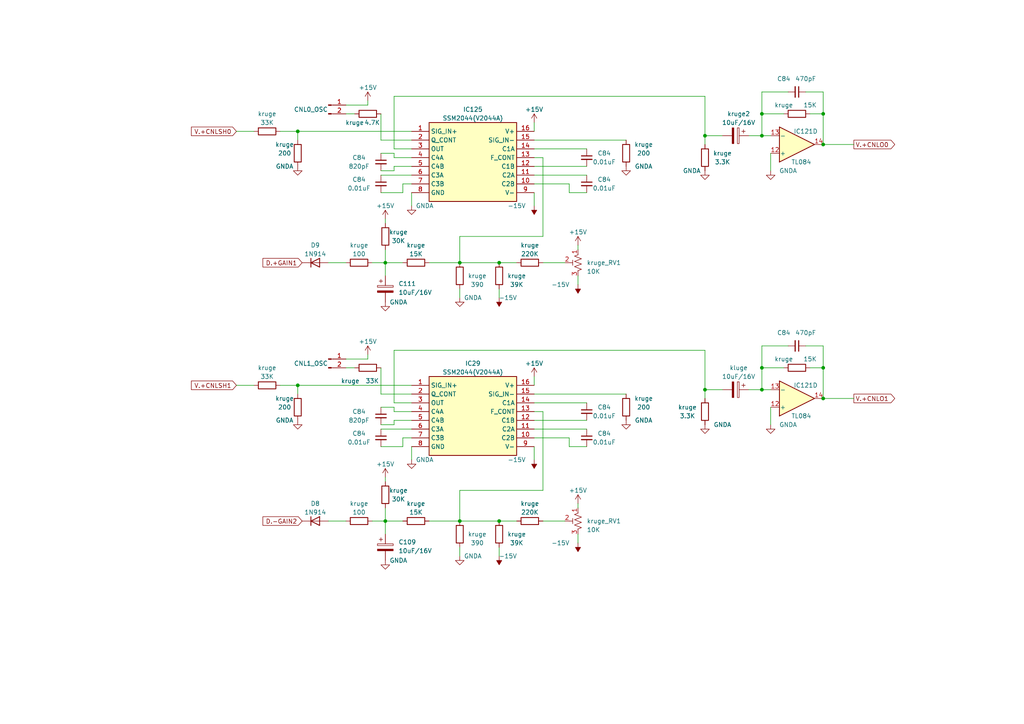
<source format=kicad_sch>
(kicad_sch (version 20230121) (generator eeschema)
  (paper "A4")
  (lib_symbols
    (symbol "Amplifier_Operational:TL084" (pin_names (offset 0.127))
      (property "Reference" "U" (at 0 5.08 0))
      (property "Value" "TL084" (at 0 -5.08 0))
      (symbol "TL084_1_1"
        (polyline (pts (xy -5.08 5.08) (xy 5.08 0) (xy -5.08 -5.08) (xy -5.08 5.08)) (stroke (width 0.254)) (fill (type background)))
        (pin output line (at 7.62 0 180) (length 2.54) (name "~") (number "1"))
        (pin input line (at -7.62 -2.54 0) (length 2.54) (name "-") (number "2"))
        (pin input line (at -7.62 2.54 0) (length 2.54) (name "+") (number "3"))
      )
      (symbol "TL084_2_1"
        (polyline (pts (xy -5.08 5.08) (xy 5.08 0) (xy -5.08 -5.08) (xy -5.08 5.08)) (stroke (width 0.254)) (fill (type background)))
        (pin input line (at -7.62 2.54 0) (length 2.54) (name "+") (number "5"))
        (pin input line (at -7.62 -2.54 0) (length 2.54) (name "-") (number "6"))
        (pin output line (at 7.62 0 180) (length 2.54) (name "~") (number "7"))
      )
      (symbol "TL084_3_1"
        (polyline (pts (xy -5.08 5.08) (xy 5.08 0) (xy -5.08 -5.08) (xy -5.08 5.08)) (stroke (width 0.254)) (fill (type background)))
        (pin input line (at -7.62 2.54 0) (length 2.54) (name "+") (number "10"))
        (pin output line (at 7.62 0 180) (length 2.54) (name "~") (number "8"))
        (pin input line (at -7.62 -2.54 0) (length 2.54) (name "-") (number "9"))
      )
      (symbol "TL084_4_1"
        (polyline (pts (xy -5.08 5.08) (xy 5.08 0) (xy -5.08 -5.08) (xy -5.08 5.08)) (stroke (width 0.254)) (fill (type background)))
        (pin input line (at -7.62 2.54 0) (length 2.54) (name "+") (number "12"))
        (pin input line (at -7.62 -2.54 0) (length 2.54) (name "-") (number "13"))
        (pin output line (at 7.62 0 180) (length 2.54) (name "~") (number "14"))
      )
      (symbol "TL084_5_1"
        (pin power_in line (at -2.54 -7.62 90) (length 3.81) (name "V-") (number "11"))
        (pin power_in line (at -2.54 7.62 270) (length 3.81) (name "V+") (number "4"))
      )
    )
    (symbol "Connector:Conn_01x02_Pin" (pin_names (offset 1.016) hide)
      (property "Reference" "J" (at 0 2.54 0))
      (property "Value" "Conn_01x02_Pin" (at 0 -5.08 0))
      (symbol "Conn_01x02_Pin_1_1"
        (polyline (pts (xy 1.27 -2.54) (xy 0.8636 -2.54)) (stroke (width 0.1524)))
        (polyline (pts (xy 1.27 0) (xy 0.8636 0)) (stroke (width 0.1524)))
        (rectangle (start 0.8636 -2.413) (end 0 -2.667) (stroke (width 0.1524)) (fill (type outline)))
        (rectangle (start 0.8636 0.127) (end 0 -0.127) (stroke (width 0.1524)) (fill (type outline)))
        (pin passive line (at 5.08 0 180) (length 3.81) (name "Pin_1") (number "1"))
        (pin passive line (at 5.08 -2.54 180) (length 3.81) (name "Pin_2") (number "2"))
      )
    )
    (symbol "Device:C_Polarized" (pin_numbers hide) (pin_names (offset 0.254))
      (property "Reference" "C" (at 0.635 2.54 0))
      (property "Value" "C_Polarized" (at 0.635 -2.54 0))
      (symbol "C_Polarized_0_1"
        (rectangle (start -2.286 0.508) (end 2.286 1.016))
        (polyline (pts (xy -1.778 2.286) (xy -0.762 2.286)))
        (polyline (pts (xy -1.27 2.794) (xy -1.27 1.778)))
        (rectangle (start 2.286 -0.508) (end -2.286 -1.016) (fill (type outline)))
      )
      (symbol "C_Polarized_1_1"
        (pin passive line (at 0 3.81 270) (length 2.794) (name "~") (number "1"))
        (pin passive line (at 0 -3.81 90) (length 2.794) (name "~") (number "2"))
      )
    )
    (symbol "Device:C_Small" (pin_numbers hide) (pin_names (offset 0.254) hide)
      (property "Reference" "C" (at 0.254 1.778 0))
      (property "Value" "C_Small" (at 0.254 -2.032 0))
      (symbol "C_Small_0_1"
        (polyline (pts (xy -1.524 -0.508) (xy 1.524 -0.508)) (stroke (width 0.3302)))
        (polyline (pts (xy -1.524 0.508) (xy 1.524 0.508)) (stroke (width 0.3048)))
      )
      (symbol "C_Small_1_1"
        (pin passive line (at 0 2.54 270) (length 2.032) (name "~") (number "1"))
        (pin passive line (at 0 -2.54 90) (length 2.032) (name "~") (number "2"))
      )
    )
    (symbol "Device:R" (pin_numbers hide) (pin_names (offset 0))
      (property "Reference" "R" (at 2.032 0 90))
      (property "Value" "R" (at 0 0 90))
      (symbol "R_0_1"
        (rectangle (start -1.016 -2.54) (end 1.016 2.54) (stroke (width 0.254)))
      )
      (symbol "R_1_1"
        (pin passive line (at 0 3.81 270) (length 1.27) (name "~") (number "1"))
        (pin passive line (at 0 -3.81 90) (length 1.27) (name "~") (number "2"))
      )
    )
    (symbol "Device:R_Potentiometer_Trim_US" (pin_names (offset 1.016) hide)
      (property "Reference" "RV" (at -4.445 0 90))
      (property "Value" "R_Potentiometer_Trim_US" (at -2.54 0 90))
      (symbol "R_Potentiometer_Trim_US_0_1"
        (polyline (pts (xy 0 -2.286) (xy 0 -2.54)))
        (polyline (pts (xy 0 2.286) (xy 0 2.54)))
        (polyline (pts (xy 1.524 0.762) (xy 1.524 -0.762)))
        (polyline (pts (xy 2.54 0) (xy 1.524 0)))
        (polyline (pts (xy 0 -0.762) (xy 1.016 -1.143) (xy 0 -1.524) (xy -1.016 -1.905) (xy 0 -2.286)))
        (polyline (pts (xy 0 0.762) (xy 1.016 0.381) (xy 0 0) (xy -1.016 -0.381) (xy 0 -0.762)))
        (polyline (pts (xy 0 2.286) (xy 1.016 1.905) (xy 0 1.524) (xy -1.016 1.143) (xy 0 0.762)))
      )
      (symbol "R_Potentiometer_Trim_US_1_1"
        (pin passive line (at 0 3.81 270) (length 1.27) (name "1") (number "1"))
        (pin passive line (at 3.81 0 180) (length 1.27) (name "2") (number "2"))
        (pin passive line (at 0 -3.81 90) (length 1.27) (name "3") (number "3"))
      )
    )
    (symbol "Diode:1N914" (pin_numbers hide) (pin_names hide)
      (property "Reference" "D" (at 0 2.54 0))
      (property "Value" "1N914" (at 0 -2.54 0))
      (symbol "1N914_0_1"
        (polyline (pts (xy -1.27 1.27) (xy -1.27 -1.27)) (stroke (width 0.254)))
        (polyline (pts (xy 1.27 0) (xy -1.27 0)))
        (polyline (pts (xy 1.27 1.27) (xy 1.27 -1.27) (xy -1.27 0) (xy 1.27 1.27)) (stroke (width 0.254)))
      )
      (symbol "1N914_1_1"
        (pin passive line (at -3.81 0 0) (length 2.54) (name "K") (number "1"))
        (pin passive line (at 3.81 0 180) (length 2.54) (name "A") (number "2"))
      )
    )
    (symbol "SamacSys_Parts:V2044A"
      (property "Reference" "FL" (at 31.75 7.62 0))
      (property "Value" "V2044A" (at 31.75 5.08 0))
      (symbol "V2044A_1_1"
        (rectangle (start 5.08 2.54) (end 30.48 -20.32) (stroke (width 0.254)) (fill (type background)))
        (pin passive line (at 0 0 0) (length 5.08) (name "SIG_IN+") (number "1"))
        (pin passive line (at 35.56 -15.24 180) (length 5.08) (name "C2B") (number "10"))
        (pin passive line (at 35.56 -12.7 180) (length 5.08) (name "C2A") (number "11"))
        (pin passive line (at 35.56 -10.16 180) (length 5.08) (name "C1B") (number "12"))
        (pin passive line (at 35.56 -7.62 180) (length 5.08) (name "F_CONT") (number "13"))
        (pin passive line (at 35.56 -5.08 180) (length 5.08) (name "C1A") (number "14"))
        (pin passive line (at 35.56 -2.54 180) (length 5.08) (name "SIG_IN-") (number "15"))
        (pin passive line (at 35.56 0 180) (length 5.08) (name "V+") (number "16"))
        (pin passive line (at 0 -2.54 0) (length 5.08) (name "Q_CONT") (number "2"))
        (pin passive line (at 0 -5.08 0) (length 5.08) (name "OUT") (number "3"))
        (pin passive line (at 0 -7.62 0) (length 5.08) (name "C4A") (number "4"))
        (pin passive line (at 0 -10.16 0) (length 5.08) (name "C4B") (number "5"))
        (pin passive line (at 0 -12.7 0) (length 5.08) (name "C3A") (number "6"))
        (pin passive line (at 0 -15.24 0) (length 5.08) (name "C3B") (number "7"))
        (pin passive line (at 0 -17.78 0) (length 5.08) (name "GND") (number "8"))
        (pin passive line (at 35.56 -17.78 180) (length 5.08) (name "V-") (number "9"))
      )
    )
    (symbol "power:+15V" (power) (pin_names (offset 0))
      (property "Value" "+15V" (at 0 3.556 0))
      (symbol "+15V_0_1"
        (polyline (pts (xy -0.762 1.27) (xy 0 2.54)))
        (polyline (pts (xy 0 0) (xy 0 2.54)))
        (polyline (pts (xy 0 2.54) (xy 0.762 1.27)))
      )
      (symbol "+15V_1_1"
        (pin power_in line (at 0 0 90) (length 0) hide (name "+15V") (number "1"))
      )
    )
    (symbol "power:-15V" (power) (pin_names (offset 0))
      (property "Value" "-15V" (at 0 3.81 0))
      (symbol "-15V_0_0"
        (pin power_in line (at 0 0 90) (length 0) hide (name "-15V") (number "1"))
      )
      (symbol "-15V_0_1"
        (polyline (pts (xy 0 0) (xy 0 1.27) (xy 0.762 1.27) (xy 0 2.54) (xy -0.762 1.27) (xy 0 1.27)) (fill (type outline)))
      )
    )
    (symbol "power:GNDA" (power) (pin_names (offset 0))
      (property "Value" "GNDA" (at 0 -3.81 0))
      (symbol "GNDA_0_1"
        (polyline (pts (xy 0 0) (xy 0 -1.27) (xy 1.27 -1.27) (xy 0 -2.54) (xy -1.27 -1.27) (xy 0 -1.27)))
      )
      (symbol "GNDA_1_1"
        (pin power_in line (at 0 0 270) (length 0) hide (name "GNDA") (number "1"))
      )
    )
  )
  (junction (at 238.76 106.68))
  (junction (at 204.47 39.37))
  (junction (at 133.35 76.2))
  (junction (at 144.78 151.13))
  (junction (at 111.76 151.13))
  (junction (at 111.76 76.2))
  (junction (at 133.35 151.13))
  (junction (at 238.76 115.57))
  (junction (at 204.47 113.03))
  (junction (at 86.36 111.76))
  (junction (at 220.98 39.37))
  (junction (at 238.76 33.02))
  (junction (at 220.98 33.02))
  (junction (at 220.98 106.68))
  (junction (at 144.78 76.2))
  (junction (at 238.76 41.91))
  (junction (at 86.36 38.1))
  (junction (at 220.98 113.03))
  (wire (pts (xy 217.17 39.37) (xy 220.98 39.37)))
  (wire (pts (xy 114.3 101.6) (xy 204.47 101.6)))
  (wire (pts (xy 165.1 127) (xy 154.94 127)))
  (wire (pts (xy 227.33 106.68) (xy 220.98 106.68)))
  (wire (pts (xy 124.46 151.13) (xy 133.35 151.13)))
  (wire (pts (xy 170.18 121.92) (xy 154.94 121.92)))
  (wire (pts (xy 110.49 129.54) (xy 116.84 129.54)))
  (wire (pts (xy 204.47 101.6) (xy 204.47 113.03)))
  (wire (pts (xy 110.49 114.3) (xy 119.38 114.3)))
  (wire (pts (xy 220.98 100.33) (xy 228.6 100.33)))
  (wire (pts (xy 100.33 106.68) (xy 102.87 106.68)))
  (wire (pts (xy 133.35 76.2) (xy 133.35 68.58)))
  (wire (pts (xy 167.64 80.01) (xy 167.64 82.55)))
  (wire (pts (xy 106.68 102.87) (xy 106.68 104.14)))
  (wire (pts (xy 119.38 119.38) (xy 114.3 119.38)))
  (wire (pts (xy 114.3 48.26) (xy 119.38 48.26)))
  (wire (pts (xy 154.94 45.72) (xy 157.48 45.72)))
  (wire (pts (xy 106.68 104.14) (xy 100.33 104.14)))
  (wire (pts (xy 170.18 116.84) (xy 154.94 116.84)))
  (wire (pts (xy 220.98 26.67) (xy 228.6 26.67)))
  (wire (pts (xy 220.98 113.03) (xy 223.52 113.03)))
  (wire (pts (xy 154.94 35.56) (xy 154.94 38.1)))
  (wire (pts (xy 220.98 106.68) (xy 220.98 100.33)))
  (wire (pts (xy 110.49 123.19) (xy 114.3 123.19)))
  (wire (pts (xy 95.25 76.2) (xy 100.33 76.2)))
  (wire (pts (xy 165.1 53.34) (xy 154.94 53.34)))
  (wire (pts (xy 114.3 116.84) (xy 114.3 101.6)))
  (wire (pts (xy 124.46 76.2) (xy 133.35 76.2)))
  (wire (pts (xy 220.98 33.02) (xy 220.98 26.67)))
  (wire (pts (xy 154.94 114.3) (xy 181.61 114.3)))
  (wire (pts (xy 116.84 55.88) (xy 116.84 53.34)))
  (wire (pts (xy 110.49 49.53) (xy 114.3 49.53)))
  (wire (pts (xy 68.58 38.1) (xy 73.66 38.1)))
  (wire (pts (xy 111.76 151.13) (xy 116.84 151.13)))
  (wire (pts (xy 110.49 106.68) (xy 110.49 114.3)))
  (wire (pts (xy 144.78 86.36) (xy 144.78 83.82)))
  (wire (pts (xy 154.94 109.22) (xy 154.94 111.76)))
  (wire (pts (xy 86.36 38.1) (xy 86.36 40.64)))
  (wire (pts (xy 133.35 142.24) (xy 157.48 142.24)))
  (wire (pts (xy 220.98 106.68) (xy 220.98 113.03)))
  (wire (pts (xy 111.76 138.43) (xy 111.76 139.7)))
  (wire (pts (xy 220.98 33.02) (xy 220.98 39.37)))
  (wire (pts (xy 114.3 118.11) (xy 114.3 119.38)))
  (wire (pts (xy 119.38 59.69) (xy 119.38 55.88)))
  (wire (pts (xy 209.55 113.03) (xy 204.47 113.03)))
  (wire (pts (xy 238.76 115.57) (xy 247.65 115.57)))
  (wire (pts (xy 238.76 115.57) (xy 238.76 106.68)))
  (wire (pts (xy 119.38 116.84) (xy 114.3 116.84)))
  (wire (pts (xy 170.18 55.88) (xy 165.1 55.88)))
  (wire (pts (xy 157.48 151.13) (xy 163.83 151.13)))
  (wire (pts (xy 114.3 123.19) (xy 114.3 121.92)))
  (wire (pts (xy 154.94 50.8) (xy 170.18 50.8)))
  (wire (pts (xy 133.35 76.2) (xy 144.78 76.2)))
  (wire (pts (xy 144.78 151.13) (xy 149.86 151.13)))
  (wire (pts (xy 119.38 133.35) (xy 119.38 129.54)))
  (wire (pts (xy 220.98 39.37) (xy 223.52 39.37)))
  (wire (pts (xy 165.1 55.88) (xy 165.1 53.34)))
  (wire (pts (xy 133.35 161.29) (xy 133.35 158.75)))
  (wire (pts (xy 217.17 113.03) (xy 220.98 113.03)))
  (wire (pts (xy 116.84 129.54) (xy 116.84 127)))
  (wire (pts (xy 227.33 33.02) (xy 220.98 33.02)))
  (wire (pts (xy 111.76 76.2) (xy 116.84 76.2)))
  (wire (pts (xy 233.68 100.33) (xy 238.76 100.33)))
  (wire (pts (xy 238.76 41.91) (xy 247.65 41.91)))
  (wire (pts (xy 114.3 43.18) (xy 114.3 27.94)))
  (wire (pts (xy 81.28 111.76) (xy 86.36 111.76)))
  (wire (pts (xy 111.76 63.5) (xy 111.76 64.77)))
  (wire (pts (xy 154.94 119.38) (xy 157.48 119.38)))
  (wire (pts (xy 111.76 147.32) (xy 111.76 151.13)))
  (wire (pts (xy 238.76 41.91) (xy 238.76 33.02)))
  (wire (pts (xy 100.33 33.02) (xy 102.87 33.02)))
  (wire (pts (xy 81.28 38.1) (xy 86.36 38.1)))
  (wire (pts (xy 119.38 45.72) (xy 114.3 45.72)))
  (wire (pts (xy 114.3 27.94) (xy 204.47 27.94)))
  (wire (pts (xy 86.36 111.76) (xy 86.36 114.3)))
  (wire (pts (xy 110.49 33.02) (xy 110.49 40.64)))
  (wire (pts (xy 106.68 30.48) (xy 100.33 30.48)))
  (wire (pts (xy 114.3 121.92) (xy 119.38 121.92)))
  (wire (pts (xy 114.3 118.11) (xy 110.49 118.11)))
  (wire (pts (xy 238.76 106.68) (xy 234.95 106.68)))
  (wire (pts (xy 119.38 43.18) (xy 114.3 43.18)))
  (wire (pts (xy 170.18 48.26) (xy 154.94 48.26)))
  (wire (pts (xy 119.38 38.1) (xy 86.36 38.1)))
  (wire (pts (xy 114.3 49.53) (xy 114.3 48.26)))
  (wire (pts (xy 110.49 50.8) (xy 119.38 50.8)))
  (wire (pts (xy 238.76 100.33) (xy 238.76 106.68)))
  (wire (pts (xy 110.49 124.46) (xy 119.38 124.46)))
  (wire (pts (xy 133.35 86.36) (xy 133.35 83.82)))
  (wire (pts (xy 154.94 124.46) (xy 170.18 124.46)))
  (wire (pts (xy 144.78 161.29) (xy 144.78 158.75)))
  (wire (pts (xy 111.76 76.2) (xy 111.76 80.01)))
  (wire (pts (xy 157.48 119.38) (xy 157.48 142.24)))
  (wire (pts (xy 157.48 76.2) (xy 163.83 76.2)))
  (wire (pts (xy 238.76 33.02) (xy 234.95 33.02)))
  (wire (pts (xy 116.84 127) (xy 119.38 127)))
  (wire (pts (xy 154.94 133.35) (xy 154.94 129.54)))
  (wire (pts (xy 209.55 39.37) (xy 204.47 39.37)))
  (wire (pts (xy 170.18 43.18) (xy 154.94 43.18)))
  (wire (pts (xy 165.1 129.54) (xy 165.1 127)))
  (wire (pts (xy 144.78 76.2) (xy 149.86 76.2)))
  (wire (pts (xy 107.95 151.13) (xy 111.76 151.13)))
  (wire (pts (xy 133.35 68.58) (xy 157.48 68.58)))
  (wire (pts (xy 114.3 44.45) (xy 114.3 45.72)))
  (wire (pts (xy 223.52 123.19) (xy 223.52 118.11)))
  (wire (pts (xy 114.3 44.45) (xy 110.49 44.45)))
  (wire (pts (xy 95.25 151.13) (xy 100.33 151.13)))
  (wire (pts (xy 167.64 157.48) (xy 167.64 154.94)))
  (wire (pts (xy 133.35 151.13) (xy 133.35 142.24)))
  (wire (pts (xy 110.49 55.88) (xy 116.84 55.88)))
  (wire (pts (xy 111.76 72.39) (xy 111.76 76.2)))
  (wire (pts (xy 223.52 49.53) (xy 223.52 44.45)))
  (wire (pts (xy 170.18 129.54) (xy 165.1 129.54)))
  (wire (pts (xy 167.64 71.12) (xy 167.64 72.39)))
  (wire (pts (xy 238.76 26.67) (xy 238.76 33.02)))
  (wire (pts (xy 68.58 111.76) (xy 73.66 111.76)))
  (wire (pts (xy 154.94 59.69) (xy 154.94 55.88)))
  (wire (pts (xy 133.35 151.13) (xy 144.78 151.13)))
  (wire (pts (xy 204.47 113.03) (xy 204.47 115.57)))
  (wire (pts (xy 157.48 45.72) (xy 157.48 68.58)))
  (wire (pts (xy 204.47 27.94) (xy 204.47 39.37)))
  (wire (pts (xy 154.94 40.64) (xy 181.61 40.64)))
  (wire (pts (xy 116.84 53.34) (xy 119.38 53.34)))
  (wire (pts (xy 111.76 151.13) (xy 111.76 154.94)))
  (wire (pts (xy 106.68 29.21) (xy 106.68 30.48)))
  (wire (pts (xy 204.47 39.37) (xy 204.47 41.91)))
  (wire (pts (xy 119.38 111.76) (xy 86.36 111.76)))
  (wire (pts (xy 110.49 40.64) (xy 119.38 40.64)))
  (wire (pts (xy 233.68 26.67) (xy 238.76 26.67)))
  (wire (pts (xy 167.64 146.05) (xy 167.64 147.32)))
  (wire (pts (xy 107.95 76.2) (xy 111.76 76.2)))
  (global_label "V.+CNLO1" (shape output) (at 247.65 115.57 0) (property "Intersheetrefs" "${INTERSHEET_REFS}" (effects hide)))
  (global_label "V.+CNLSH1" (shape input) (at 68.58 111.76 180) (property "Intersheetrefs" "${INTERSHEET_REFS}" (effects hide)))
  (global_label "V.+CNLSH0" (shape input) (at 68.58 38.1 180) (property "Intersheetrefs" "${INTERSHEET_REFS}" (effects hide)))
  (global_label "D.+GAIN1" (shape input) (at 87.63 76.2 180) (property "Intersheetrefs" "${INTERSHEET_REFS}" (effects hide)))
  (global_label "V.+CNLO0" (shape output) (at 247.65 41.91 0) (property "Intersheetrefs" "${INTERSHEET_REFS}" (effects hide)))
  (global_label "D.-GAIN2" (shape input) (at 87.63 151.13 180) (property "Intersheetrefs" "${INTERSHEET_REFS}" (effects hide)))
  (symbol (lib_id "Device:C_Polarized") (at 213.36 113.03 270) (unit 1)
    (property "Reference" "kluge" (at 214.249 106.68 90))
    (property "Value" "10uF/16V" (at 214.249 109.22 90))
  )
  (symbol (lib_id "power:+15V") (at 167.64 146.05 0) (unit 1)
    (property "Reference" "#PWR0236" (effects hide))
    (property "Value" "+15V" (at 167.64 142.24 0))
    (instances (project "emu_sp12" (path "" (reference "#PWR0236") (unit 1)) (path "" (reference "#PWR0248") (unit 1)) (path "" (reference "#PWR0309") (unit 1))))
  )
  (symbol (lib_id "power:+15V") (at 111.76 138.43 0) (unit 1)
    (property "Reference" "#PWR0236" (effects hide))
    (property "Value" "+15V" (at 111.76 134.62 0))
    (instances (project "emu_sp12" (path "" (reference "#PWR0236") (unit 1)) (path "" (reference "#PWR0248") (unit 1)) (path "" (reference "#PWR0306") (unit 1))))
  )
  (symbol (lib_id "Device:R") (at 133.35 154.94 0) (unit 1)
    (property "Reference" "kruge" (at 138.43 154.94 0))
    (property "Value" "390" (at 138.43 157.48 0))
    (property "Footprint" "Resistor_THT:R_Axial_DIN0204_L3.6mm_D1.6mm_P5.08mm_Horizontal" (effects hide))
    (instances (project "emu_sp12" (path "" (reference "kruge") (unit 1)) (path "" (reference "R43") (unit 1)) (path "" (reference "R113") (unit 1))))
  )
  (symbol (lib_id "power:+15V") (at 167.64 71.12 0) (unit 1)
    (property "Reference" "#PWR0236" (effects hide))
    (property "Value" "+15V" (at 167.64 67.31 0))
    (instances (project "emu_sp12" (path "" (reference "#PWR0236") (unit 1)) (path "" (reference "#PWR0248") (unit 1)) (path "" (reference "#PWR0319") (unit 1))))
  )
  (symbol (lib_id "Device:R") (at 106.68 33.02 270) (unit 1)
    (property "Reference" "kruge" (at 102.87 35.56 90))
    (property "Value" "4.7K" (at 107.95 35.56 90))
    (property "Footprint" "Resistor_THT:R_Axial_DIN0204_L3.6mm_D1.6mm_P5.08mm_Horizontal" (effects hide))
    (instances (project "emu_sp12" (path "" (reference "kruge") (unit 1)) (path "" (reference "R81") (unit 1)) (path "" (reference "R111") (unit 1))))
  )
  (symbol (lib_id "power:+15V") (at 106.68 102.87 0) (unit 1)
    (property "Reference" "#PWR0236" (effects hide))
    (property "Value" "+15V" (at 106.68 99.06 0))
    (instances (project "emu_sp12" (path "" (reference "#PWR0236") (unit 1)) (path "" (reference "#PWR0248") (unit 1)) (path "" (reference "#PWR0311") (unit 1))))
  )
  (symbol (lib_id "power:GNDA") (at 86.36 48.26 0) (unit 1)
    (property "Reference" "#PWR0247" (effects hide))
    (property "Value" "GNDA" (at 82.55 48.26 0))
    (instances (project "emu_sp12" (path "" (reference "#PWR0247") (unit 1)) (path "" (reference "#PWR0252") (unit 1)) (path "" (reference "#PWR0302") (unit 1))))
  )
  (symbol (lib_id "Device:R") (at 153.67 151.13 270) (unit 1)
    (property "Reference" "kruge" (at 153.67 146.05 90))
    (property "Value" "220K" (at 153.67 148.59 90))
    (property "Footprint" "Resistor_THT:R_Axial_DIN0204_L3.6mm_D1.6mm_P5.08mm_Horizontal" (effects hide))
    (instances (project "emu_sp12" (path "" (reference "kruge") (unit 1)) (path "" (reference "R81") (unit 1)) (path "" (reference "R89") (unit 1))))
  )
  (symbol (lib_id "Device:R") (at 144.78 154.94 0) (unit 1)
    (property "Reference" "kruge" (at 149.86 154.94 0))
    (property "Value" "39K" (at 149.86 157.48 0))
    (property "Footprint" "Resistor_THT:R_Axial_DIN0204_L3.6mm_D1.6mm_P5.08mm_Horizontal" (effects hide))
    (instances (project "emu_sp12" (path "" (reference "kruge") (unit 1)) (path "" (reference "R43") (unit 1)) (path "" (reference "R102") (unit 1))))
  )
  (symbol (lib_id "Device:R") (at 231.14 106.68 270) (unit 1)
    (property "Reference" "kruge" (at 227.33 104.14 90))
    (property "Value" "15K" (at 234.95 104.14 90))
    (property "Footprint" "Resistor_THT:R_Axial_DIN0204_L3.6mm_D1.6mm_P5.08mm_Horizontal" (effects hide))
    (instances (project "emu_sp12" (path "" (reference "kruge") (unit 1)) (path "" (reference "R81") (unit 1)) (path "" (reference "R127") (unit 1))))
  )
  (symbol (lib_id "Device:C_Small") (at 170.18 53.34 0) (unit 1)
    (property "Reference" "C84" (at 175.26 52.07 0))
    (property "Value" "0.01uF" (at 175.26 54.61 0))
    (instances (project "emu_sp12" (path "" (reference "C84") (unit 1)) (path "" (reference "C83") (unit 1)) (path "" (reference "C131") (unit 1))))
  )
  (symbol (lib_id "power:GNDA") (at 204.47 123.19 0) (unit 1)
    (property "Reference" "#PWR0247" (effects hide))
    (property "Value" "GNDA" (at 209.55 123.19 0))
    (instances (project "emu_sp12" (path "" (reference "#PWR0247") (unit 1)) (path "" (reference "#PWR0252") (unit 1)) (path "" (reference "#PWR0322") (unit 1))))
  )
  (symbol (lib_id "Device:R") (at 77.47 111.76 270) (unit 1)
    (property "Reference" "kruge" (at 77.47 106.68 90))
    (property "Value" "33K" (at 77.47 109.22 90))
    (property "Footprint" "Resistor_THT:R_Axial_DIN0204_L3.6mm_D1.6mm_P5.08mm_Horizontal" (effects hide))
    (instances (project "emu_sp12" (path "" (reference "kruge") (unit 1)) (path "" (reference "R81") (unit 1)) (path "" (reference "R123") (unit 1))))
  )
  (symbol (lib_id "power:+15V") (at 154.94 109.22 0) (unit 1)
    (property "Reference" "#PWR0236" (effects hide))
    (property "Value" "+15V" (at 154.94 105.41 0))
    (instances (project "emu_sp12" (path "" (reference "#PWR0236") (unit 1)) (path "" (reference "#PWR0248") (unit 1)) (path "" (reference "#PWR0317") (unit 1))))
  )
  (symbol (lib_id "Device:C_Polarized") (at 111.76 83.82 0) (unit 1)
    (property "Reference" "C111" (at 115.57 82.296 0) (effects (justify left)))
    (property "Value" "10uF/16V" (at 115.57 84.836 0) (effects (justify left)))
  )
  (symbol (lib_id "Diode:1N914") (at 91.44 76.2 0) (unit 1)
    (property "Reference" "D9" (at 91.44 71.12 0))
    (property "Value" "1N914" (at 91.44 73.66 0))
    (property "Footprint" "Diode_THT:D_DO-35_SOD27_P7.62mm_Horizontal" (effects hide))
    (property "Datasheet" "http://www.vishay.com/docs/85622/1n914.pdf" (effects hide))
    (property "Sim.Device" "D" (effects hide))
    (property "Sim.Pins" "1=K 2=A" (effects hide))
  )
  (symbol (lib_id "Device:R") (at 153.67 76.2 270) (unit 1)
    (property "Reference" "kruge" (at 153.67 71.12 90))
    (property "Value" "220K" (at 153.67 73.66 90))
    (property "Footprint" "Resistor_THT:R_Axial_DIN0204_L3.6mm_D1.6mm_P5.08mm_Horizontal" (effects hide))
    (instances (project "emu_sp12" (path "" (reference "kruge") (unit 1)) (path "" (reference "R81") (unit 1)) (path "" (reference "R104") (unit 1))))
  )
  (symbol (lib_id "power:GNDA") (at 119.38 59.69 0) (unit 1)
    (property "Reference" "#PWR0247" (effects hide))
    (property "Value" "GNDA" (at 123.19 59.69 0))
    (instances (project "emu_sp12" (path "" (reference "#PWR0247") (unit 1)) (path "" (reference "#PWR0252") (unit 1)) (path "" (reference "#PWR0296") (unit 1))))
  )
  (symbol (lib_id "power:GNDA") (at 133.35 86.36 0) (unit 1)
    (property "Reference" "#PWR0247" (effects hide))
    (property "Value" "GNDA" (at 137.16 86.36 0))
    (instances (project "emu_sp12" (path "" (reference "#PWR0247") (unit 1)) (path "" (reference "#PWR0252") (unit 1)) (path "" (reference "#PWR0315") (unit 1))))
  )
  (symbol (lib_id "power:GNDA") (at 223.52 123.19 0) (unit 1)
    (property "Reference" "#PWR0247" (effects hide))
    (property "Value" "GNDA" (at 228.6 123.19 0))
    (instances (project "emu_sp12" (path "" (reference "#PWR0247") (unit 1)) (path "" (reference "#PWR0252") (unit 1)) (path "" (reference "#PWR0323") (unit 1))))
  )
  (symbol (lib_id "Amplifier_Operational:TL084") (at 231.14 115.57 0) (mirror x) (unit 4)
    (property "Reference" "IC121" (at 233.68 111.76 0))
    (property "Value" "TL084" (at 232.41 120.65 0))
    (property "Footprint" "Package_DIP:DIP-14_W7.62mm_LongPads" (effects hide))
    (property "Datasheet" "http://www.ti.com/lit/ds/symlink/tl081.pdf" (effects hide))
    (instances (project "emu_sp12" (path "" (reference "IC121") (unit 4)) (path "" (reference "IC30") (unit 4))))
  )
  (symbol (lib_id "Device:C_Small") (at 231.14 26.67 270) (unit 1)
    (property "Reference" "C84" (at 227.33 22.86 90))
    (property "Value" "470pF" (at 233.68 22.86 90))
    (instances (project "emu_sp12" (path "" (reference "C84") (unit 1)) (path "" (reference "C83") (unit 1)) (path "" (reference "C142") (unit 1))))
  )
  (symbol (lib_id "Device:R") (at 86.36 118.11 0) (unit 1)
    (property "Reference" "kruge" (at 82.55 115.57 0))
    (property "Value" "200" (at 82.55 118.11 0))
    (property "Footprint" "Resistor_THT:R_Axial_DIN0204_L3.6mm_D1.6mm_P5.08mm_Horizontal" (effects hide))
    (instances (project "emu_sp12" (path "" (reference "kruge") (unit 1)) (path "" (reference "R43") (unit 1)) (path "" (reference "R126") (unit 1))))
  )
  (symbol (lib_id "power:+15V") (at 111.76 63.5 0) (unit 1)
    (property "Reference" "#PWR0236" (effects hide))
    (property "Value" "+15V" (at 111.76 59.69 0))
    (instances (project "emu_sp12" (path "" (reference "#PWR0236") (unit 1)) (path "" (reference "#PWR0248") (unit 1)) (path "" (reference "#PWR0312") (unit 1))))
  )
  (symbol (lib_id "power:GNDA") (at 86.36 121.92 0) (unit 1)
    (property "Reference" "#PWR0247" (effects hide))
    (property "Value" "GNDA" (at 82.55 121.92 0))
    (instances (project "emu_sp12" (path "" (reference "#PWR0247") (unit 1)) (path "" (reference "#PWR0252") (unit 1)) (path "" (reference "#PWR0310") (unit 1))))
  )
  (symbol (lib_id "Device:R") (at 204.47 45.72 0) (unit 1)
    (property "Reference" "kruge" (at 209.55 44.45 0))
    (property "Value" "3.3K" (at 209.55 46.99 0))
    (property "Footprint" "Resistor_THT:R_Axial_DIN0204_L3.6mm_D1.6mm_P5.08mm_Horizontal" (effects hide))
    (instances (project "emu_sp12" (path "" (reference "kruge") (unit 1)) (path "" (reference "R43") (unit 1)) (path "" (reference "kruge1") (unit 1))))
  )
  (symbol (lib_id "Device:R") (at 181.61 44.45 0) (unit 1)
    (property "Reference" "kruge" (at 186.69 41.91 0))
    (property "Value" "200" (at 186.69 44.45 0))
    (property "Footprint" "Resistor_THT:R_Axial_DIN0204_L3.6mm_D1.6mm_P5.08mm_Horizontal" (effects hide))
    (instances (project "emu_sp12" (path "" (reference "kruge") (unit 1)) (path "" (reference "R43") (unit 1)) (path "" (reference "R103") (unit 1))))
  )
  (symbol (lib_id "power:+15V") (at 154.94 35.56 0) (unit 1)
    (property "Reference" "#PWR0236" (effects hide))
    (property "Value" "+15V" (at 154.94 31.75 0))
    (instances (project "emu_sp12" (path "" (reference "#PWR0236") (unit 1)) (path "" (reference "#PWR0248") (unit 1)) (path "" (reference "#PWR0299") (unit 1))))
  )
  (symbol (lib_id "Device:C_Polarized") (at 213.36 39.37 270) (unit 1)
    (property "Reference" "kruge2" (at 214.249 33.02 90))
    (property "Value" "10uF/16V" (at 214.249 35.56 90))
  )
  (symbol (lib_id "Device:R") (at 204.47 119.38 0) (unit 1)
    (property "Reference" "kruge" (at 199.39 118.11 0))
    (property "Value" "3.3K" (at 199.39 120.65 0))
    (property "Footprint" "Resistor_THT:R_Axial_DIN0204_L3.6mm_D1.6mm_P5.08mm_Horizontal" (effects hide))
    (instances (project "emu_sp12" (path "" (reference "kruge") (unit 1)) (path "" (reference "R43") (unit 1)) (path "" (reference "kruge") (unit 1))))
  )
  (symbol (lib_id "SamacSys_Parts:V2044A") (at 119.38 111.76 0) (unit 1)
    (property "Reference" "IC29" (at 137.16 105.41 0))
    (property "Value" "SSM2044(V2044A)" (at 137.16 107.95 0))
    (property "Footprint" "SOIC127P600X175-16N" (effects hide))
    (property "Height" "1.75" (effects hide))
    (property "Manufacturer_Name" "cool audio" (effects hide))
    (property "Manufacturer_Part_Number" "V2044A" (effects hide))
  )
  (symbol (lib_id "Device:C_Small") (at 110.49 127 0) (unit 1)
    (property "Reference" "C84" (at 104.14 125.73 0))
    (property "Value" "0.01uF" (at 104.14 128.27 0))
    (instances (project "emu_sp12" (path "" (reference "C84") (unit 1)) (path "" (reference "C83") (unit 1)) (path "" (reference "C124") (unit 1))))
  )
  (symbol (lib_id "power:GNDA") (at 111.76 162.56 0) (unit 1)
    (property "Reference" "#PWR0247" (effects hide))
    (property "Value" "GNDA" (at 115.57 162.56 0))
    (instances (project "emu_sp12" (path "" (reference "#PWR0247") (unit 1)) (path "" (reference "#PWR0252") (unit 1)) (path "" (reference "#PWR0305") (unit 1))))
  )
  (symbol (lib_id "Connector:Conn_01x02_Pin") (at 95.25 104.14 0) (unit 1)
    (property "Reference" "CNL1_OSC" (at 90.17 105.41 0))
    (property "Value" "Conn_01x02_Pin" (effects hide))
  )
  (symbol (lib_id "Device:R") (at 181.61 118.11 0) (unit 1)
    (property "Reference" "kruge" (at 186.69 115.57 0))
    (property "Value" "200" (at 186.69 118.11 0))
    (property "Footprint" "Resistor_THT:R_Axial_DIN0204_L3.6mm_D1.6mm_P5.08mm_Horizontal" (effects hide))
    (instances (project "emu_sp12" (path "" (reference "kruge") (unit 1)) (path "" (reference "R43") (unit 1)) (path "" (reference "R132") (unit 1))))
  )
  (symbol (lib_id "Device:C_Small") (at 231.14 100.33 270) (unit 1)
    (property "Reference" "C84" (at 227.33 96.52 90))
    (property "Value" "470pF" (at 233.68 96.52 90))
    (instances (project "emu_sp12" (path "" (reference "C84") (unit 1)) (path "" (reference "C83") (unit 1)) (path "" (reference "C137") (unit 1))))
  )
  (symbol (lib_id "power:GNDA") (at 119.38 133.35 0) (unit 1)
    (property "Reference" "#PWR0247" (effects hide))
    (property "Value" "GNDA" (at 123.19 133.35 0))
    (instances (project "emu_sp12" (path "" (reference "#PWR0247") (unit 1)) (path "" (reference "#PWR0252") (unit 1)) (path "" (reference "#PWR0314") (unit 1))))
  )
  (symbol (lib_id "power:-15V") (at 144.78 86.36 0) (mirror x) (unit 1)
    (property "Reference" "#PWR0233" (effects hide))
    (property "Value" "-15V" (at 147.32 86.36 0))
    (instances (project "emu_sp12" (path "" (reference "#PWR0233") (unit 1)) (path "" (reference "#PWR0316") (unit 1))))
  )
  (symbol (lib_id "Device:C_Small") (at 170.18 127 0) (unit 1)
    (property "Reference" "C84" (at 175.26 125.73 0))
    (property "Value" "0.01uF" (at 175.26 128.27 0))
    (instances (project "emu_sp12" (path "" (reference "C84") (unit 1)) (path "" (reference "C83") (unit 1)) (path "" (reference "C125") (unit 1))))
  )
  (symbol (lib_id "Device:C_Small") (at 110.49 120.65 0) (unit 1)
    (property "Reference" "C84" (at 104.14 119.38 0))
    (property "Value" "820pF" (at 104.14 121.92 0))
    (instances (project "emu_sp12" (path "" (reference "C84") (unit 1)) (path "" (reference "C83") (unit 1)) (path "" (reference "C130") (unit 1))))
  )
  (symbol (lib_id "power:-15V") (at 144.78 161.29 0) (mirror x) (unit 1)
    (property "Reference" "#PWR0233" (effects hide))
    (property "Value" "-15V" (at 147.32 161.29 0))
    (instances (project "emu_sp12" (path "" (reference "#PWR0233") (unit 1)) (path "" (reference "#PWR0308") (unit 1))))
  )
  (symbol (lib_id "power:GNDA") (at 223.52 49.53 0) (unit 1)
    (property "Reference" "#PWR0247" (effects hide))
    (property "Value" "GNDA" (at 228.6 49.53 0))
    (instances (project "emu_sp12" (path "" (reference "#PWR0247") (unit 1)) (path "" (reference "#PWR0252") (unit 1)) (path "" (reference "#PWR0297") (unit 1))))
  )
  (symbol (lib_id "Device:C_Small") (at 110.49 46.99 0) (unit 1)
    (property "Reference" "C84" (at 104.14 45.72 0))
    (property "Value" "820pF" (at 104.14 48.26 0))
    (instances (project "emu_sp12" (path "" (reference "C84") (unit 1)) (path "" (reference "C83") (unit 1)) (path "" (reference "C119") (unit 1))))
  )
  (symbol (lib_id "Device:R") (at 86.36 44.45 0) (unit 1)
    (property "Reference" "kruge" (at 82.55 41.91 0))
    (property "Value" "200" (at 82.55 44.45 0))
    (property "Footprint" "Resistor_THT:R_Axial_DIN0204_L3.6mm_D1.6mm_P5.08mm_Horizontal" (effects hide))
    (instances (project "emu_sp12" (path "" (reference "kruge") (unit 1)) (path "" (reference "R43") (unit 1)) (path "" (reference "R117") (unit 1))))
  )
  (symbol (lib_id "SamacSys_Parts:V2044A") (at 119.38 38.1 0) (unit 1)
    (property "Reference" "IC125" (at 137.16 31.75 0))
    (property "Value" "SSM2044(V2044A)" (at 137.16 34.29 0))
    (property "Footprint" "SOIC127P600X175-16N" (effects hide))
    (property "Height" "1.75" (effects hide))
    (property "Manufacturer_Name" "cool audio" (effects hide))
    (property "Manufacturer_Part_Number" "V2044A" (effects hide))
  )
  (symbol (lib_id "Device:R") (at 120.65 151.13 270) (unit 1)
    (property "Reference" "kruge" (at 120.65 146.05 90))
    (property "Value" "15K" (at 120.65 148.59 90))
    (property "Footprint" "Resistor_THT:R_Axial_DIN0204_L3.6mm_D1.6mm_P5.08mm_Horizontal" (effects hide))
    (instances (project "emu_sp12" (path "" (reference "kruge") (unit 1)) (path "" (reference "R81") (unit 1)) (path "" (reference "R97") (unit 1))))
  )
  (symbol (lib_id "Connector:Conn_01x02_Pin") (at 95.25 30.48 0) (unit 1)
    (property "Reference" "CNL0_OSC" (at 90.17 31.75 0))
    (property "Value" "Conn_01x02_Pin" (effects hide))
  )
  (symbol (lib_id "power:-15V") (at 167.64 82.55 0) (mirror x) (unit 1)
    (property "Reference" "#PWR0233" (effects hide))
    (property "Value" "-15V" (at 162.56 82.55 0))
    (instances (project "emu_sp12" (path "" (reference "#PWR0233") (unit 1)) (path "" (reference "#PWR0320") (unit 1))))
  )
  (symbol (lib_id "Device:R_Potentiometer_Trim_US") (at 167.64 76.2 0) (mirror y) (unit 1)
    (property "Reference" "kruge_RV1" (at 170.18 76.2 0) (effects (justify right)))
    (property "Value" "10K" (at 170.18 78.74 0) (effects (justify right)))
    (property "Footprint" "Potentiometer_THT:Potentiometer_Bourns_3386F_Vertical" (effects hide))
    (instances (project "emu_sp12" (path "" (reference "kruge_RV1") (unit 1)) (path "" (reference "RT3") (unit 1)) (path "" (reference "RT6") (unit 1))))
  )
  (symbol (lib_id "Device:R") (at 231.14 33.02 270) (unit 1)
    (property "Reference" "kruge" (at 227.33 30.48 90))
    (property "Value" "15K" (at 234.95 30.48 90))
    (property "Footprint" "Resistor_THT:R_Axial_DIN0204_L3.6mm_D1.6mm_P5.08mm_Horizontal" (effects hide))
    (instances (project "emu_sp12" (path "" (reference "kruge") (unit 1)) (path "" (reference "R81") (unit 1)) (path "" (reference "R124") (unit 1))))
  )
  (symbol (lib_id "Device:R") (at 106.68 106.68 270) (unit 1)
    (property "Reference" "kruge" (at 101.6 110.49 90))
    (property "Value" "33K" (at 107.95 110.49 90))
    (property "Footprint" "Resistor_THT:R_Axial_DIN0204_L3.6mm_D1.6mm_P5.08mm_Horizontal" (effects hide))
    (instances (project "emu_sp12" (path "" (reference "kruge") (unit 1)) (path "" (reference "R81") (unit 1)) (path "" (reference "R116") (unit 1))))
  )
  (symbol (lib_id "power:GNDA") (at 181.61 48.26 0) (unit 1)
    (property "Reference" "#PWR0247" (effects hide))
    (property "Value" "GNDA" (at 186.69 48.26 0))
    (instances (project "emu_sp12" (path "" (reference "#PWR0247") (unit 1)) (path "" (reference "#PWR0252") (unit 1)) (path "" (reference "#PWR0301") (unit 1))))
  )
  (symbol (lib_id "power:-15V") (at 167.64 157.48 0) (mirror x) (unit 1)
    (property "Reference" "#PWR0233" (effects hide))
    (property "Value" "-15V" (at 162.56 157.48 0))
    (instances (project "emu_sp12" (path "" (reference "#PWR0233") (unit 1)) (path "" (reference "#PWR0298") (unit 1))))
  )
  (symbol (lib_id "Device:R") (at 77.47 38.1 270) (unit 1)
    (property "Reference" "kruge" (at 77.47 33.02 90))
    (property "Value" "33K" (at 77.47 35.56 90))
    (property "Footprint" "Resistor_THT:R_Axial_DIN0204_L3.6mm_D1.6mm_P5.08mm_Horizontal" (effects hide))
    (instances (project "emu_sp12" (path "" (reference "kruge") (unit 1)) (path "" (reference "R81") (unit 1)) (path "" (reference "R113") (unit 1))))
  )
  (symbol (lib_id "power:GNDA") (at 111.76 87.63 0) (unit 1)
    (property "Reference" "#PWR0247" (effects hide))
    (property "Value" "GNDA" (at 115.57 87.63 0))
    (instances (project "emu_sp12" (path "" (reference "#PWR0247") (unit 1)) (path "" (reference "#PWR0252") (unit 1)) (path "" (reference "#PWR0313") (unit 1))))
  )
  (symbol (lib_id "power:GNDA") (at 204.47 49.53 0) (unit 1)
    (property "Reference" "#PWR0247" (effects hide))
    (property "Value" "GNDA" (at 200.66 49.53 0))
    (instances (project "emu_sp12" (path "" (reference "#PWR0247") (unit 1)) (path "" (reference "#PWR0252") (unit 1)) (path "" (reference "#PWR0303") (unit 1))))
  )
  (symbol (lib_id "power:-15V") (at 154.94 133.35 0) (mirror x) (unit 1)
    (property "Reference" "#PWR0233" (effects hide))
    (property "Value" "-15V" (at 149.86 133.35 0))
    (instances (project "emu_sp12" (path "" (reference "#PWR0233") (unit 1)) (path "" (reference "#PWR0318") (unit 1))))
  )
  (symbol (lib_id "Device:R_Potentiometer_Trim_US") (at 167.64 151.13 0) (mirror y) (unit 1)
    (property "Reference" "kruge_RV1" (at 170.18 151.13 0) (effects (justify right)))
    (property "Value" "10K" (at 170.18 153.67 0) (effects (justify right)))
    (property "Footprint" "Potentiometer_THT:Potentiometer_Bourns_3386F_Vertical" (effects hide))
    (instances (project "emu_sp12" (path "" (reference "kruge_RV1") (unit 1)) (path "" (reference "RT3") (unit 1)) (path "" (reference "RT5") (unit 1))))
  )
  (symbol (lib_id "Device:R") (at 104.14 151.13 270) (unit 1)
    (property "Reference" "kruge" (at 104.14 146.05 90))
    (property "Value" "100" (at 104.14 148.59 90))
    (property "Footprint" "Resistor_THT:R_Axial_DIN0204_L3.6mm_D1.6mm_P5.08mm_Horizontal" (effects hide))
    (instances (project "emu_sp12" (path "" (reference "kruge") (unit 1)) (path "" (reference "R81") (unit 1)) (path "" (reference "R96") (unit 1))))
  )
  (symbol (lib_id "power:GNDA") (at 133.35 161.29 0) (unit 1)
    (property "Reference" "#PWR0247" (effects hide))
    (property "Value" "GNDA" (at 137.16 161.29 0))
    (instances (project "emu_sp12" (path "" (reference "#PWR0247") (unit 1)) (path "" (reference "#PWR0252") (unit 1)) (path "" (reference "#PWR0307") (unit 1))))
  )
  (symbol (lib_id "Device:R") (at 133.35 80.01 0) (unit 1)
    (property "Reference" "kruge" (at 138.43 80.01 0))
    (property "Value" "390" (at 138.43 82.55 0))
    (property "Footprint" "Resistor_THT:R_Axial_DIN0204_L3.6mm_D1.6mm_P5.08mm_Horizontal" (effects hide))
    (instances (project "emu_sp12" (path "" (reference "kruge") (unit 1)) (path "" (reference "R43") (unit 1)) (path "" (reference "R118") (unit 1))))
  )
  (symbol (lib_id "power:+15V") (at 106.68 29.21 0) (unit 1)
    (property "Reference" "#PWR0236" (effects hide))
    (property "Value" "+15V" (at 106.68 25.4 0))
    (instances (project "emu_sp12" (path "" (reference "#PWR0236") (unit 1)) (path "" (reference "#PWR0248") (unit 1)) (path "" (reference "#PWR0304") (unit 1))))
  )
  (symbol (lib_id "Device:C_Polarized") (at 111.76 158.75 0) (unit 1)
    (property "Reference" "C109" (at 115.57 157.226 0) (effects (justify left)))
    (property "Value" "10uF/16V" (at 115.57 159.766 0) (effects (justify left)))
  )
  (symbol (lib_id "power:-15V") (at 154.94 59.69 0) (mirror x) (unit 1)
    (property "Reference" "#PWR0233" (effects hide))
    (property "Value" "-15V" (at 149.86 59.69 0))
    (instances (project "emu_sp12" (path "" (reference "#PWR0233") (unit 1)) (path "" (reference "#PWR0300") (unit 1))))
  )
  (symbol (lib_id "Device:R") (at 120.65 76.2 270) (unit 1)
    (property "Reference" "kruge" (at 120.65 71.12 90))
    (property "Value" "15K" (at 120.65 73.66 90))
    (property "Footprint" "Resistor_THT:R_Axial_DIN0204_L3.6mm_D1.6mm_P5.08mm_Horizontal" (effects hide))
    (instances (project "emu_sp12" (path "" (reference "kruge") (unit 1)) (path "" (reference "R81") (unit 1)) (path "" (reference "R125") (unit 1))))
  )
  (symbol (lib_id "Device:C_Small") (at 170.18 45.72 0) (unit 1)
    (property "Reference" "C84" (at 175.26 44.45 0))
    (property "Value" "0.01uF" (at 175.26 46.99 0))
    (instances (project "emu_sp12" (path "" (reference "C84") (unit 1)) (path "" (reference "C83") (unit 1)) (path "" (reference "C143") (unit 1))))
  )
  (symbol (lib_id "Device:R") (at 144.78 80.01 0) (unit 1)
    (property "Reference" "kruge" (at 149.86 80.01 0))
    (property "Value" "39K" (at 149.86 82.55 0))
    (property "Footprint" "Resistor_THT:R_Axial_DIN0204_L3.6mm_D1.6mm_P5.08mm_Horizontal" (effects hide))
    (instances (project "emu_sp12" (path "" (reference "kruge") (unit 1)) (path "" (reference "R43") (unit 1)) (path "" (reference "R112") (unit 1))))
  )
  (symbol (lib_id "Device:R") (at 104.14 76.2 270) (unit 1)
    (property "Reference" "kruge" (at 104.14 71.12 90))
    (property "Value" "100" (at 104.14 73.66 90))
    (property "Footprint" "Resistor_THT:R_Axial_DIN0204_L3.6mm_D1.6mm_P5.08mm_Horizontal" (effects hide))
    (instances (project "emu_sp12" (path "" (reference "kruge") (unit 1)) (path "" (reference "R81") (unit 1)) (path "" (reference "R98") (unit 1))))
  )
  (symbol (lib_id "Device:R") (at 111.76 68.58 0) (unit 1)
    (property "Reference" "kruge" (at 115.57 67.31 0))
    (property "Value" "30K" (at 115.57 69.85 0))
    (property "Footprint" "Resistor_THT:R_Axial_DIN0204_L3.6mm_D1.6mm_P5.08mm_Horizontal" (effects hide))
    (instances (project "emu_sp12" (path "" (reference "kruge") (unit 1)) (path "" (reference "R43") (unit 1)) (path "" (reference "R135") (unit 1))))
  )
  (symbol (lib_id "Amplifier_Operational:TL084") (at 231.14 41.91 0) (mirror x) (unit 4)
    (property "Reference" "IC121" (at 233.68 38.1 0))
    (property "Value" "TL084" (at 232.41 46.99 0))
    (property "Footprint" "Package_DIP:DIP-14_W7.62mm_LongPads" (effects hide))
    (property "Datasheet" "http://www.ti.com/lit/ds/symlink/tl081.pdf" (effects hide))
    (instances (project "emu_sp12" (path "" (reference "IC121") (unit 4)) (path "" (reference "IC124") (unit 4))))
  )
  (symbol (lib_id "Device:C_Small") (at 170.18 119.38 0) (unit 1)
    (property "Reference" "C84" (at 175.26 118.11 0))
    (property "Value" "0.01uF" (at 175.26 120.65 0))
    (instances (project "emu_sp12" (path "" (reference "C84") (unit 1)) (path "" (reference "C83") (unit 1)) (path "" (reference "C138") (unit 1))))
  )
  (symbol (lib_id "power:GNDA") (at 181.61 121.92 0) (unit 1)
    (property "Reference" "#PWR0247" (effects hide))
    (property "Value" "GNDA" (at 186.69 121.92 0))
    (instances (project "emu_sp12" (path "" (reference "#PWR0247") (unit 1)) (path "" (reference "#PWR0252") (unit 1)) (path "" (reference "#PWR0321") (unit 1))))
  )
  (symbol (lib_id "Diode:1N914") (at 91.44 151.13 0) (unit 1)
    (property "Reference" "D8" (at 91.44 146.05 0))
    (property "Value" "1N914" (at 91.44 148.59 0))
    (property "Footprint" "Diode_THT:D_DO-35_SOD27_P7.62mm_Horizontal" (effects hide))
    (property "Datasheet" "http://www.vishay.com/docs/85622/1n914.pdf" (effects hide))
    (property "Sim.Device" "D" (effects hide))
    (property "Sim.Pins" "1=K 2=A" (effects hide))
  )
  (symbol (lib_id "Device:C_Small") (at 110.49 53.34 0) (unit 1)
    (property "Reference" "C84" (at 104.14 52.07 0))
    (property "Value" "0.01uF" (at 104.14 54.61 0))
    (instances (project "emu_sp12" (path "" (reference "C84") (unit 1)) (path "" (reference "C83") (unit 1)) (path "" (reference "C118") (unit 1))))
  )
  (symbol (lib_id "Device:R") (at 111.76 143.51 0) (unit 1)
    (property "Reference" "kruge" (at 115.57 142.24 0))
    (property "Value" "30K" (at 115.57 144.78 0))
    (property "Footprint" "Resistor_THT:R_Axial_DIN0204_L3.6mm_D1.6mm_P5.08mm_Horizontal" (effects hide))
    (instances (project "emu_sp12" (path "" (reference "kruge") (unit 1)) (path "" (reference "R43") (unit 1)) (path "" (reference "R101") (unit 1))))
  )
)
</source>
